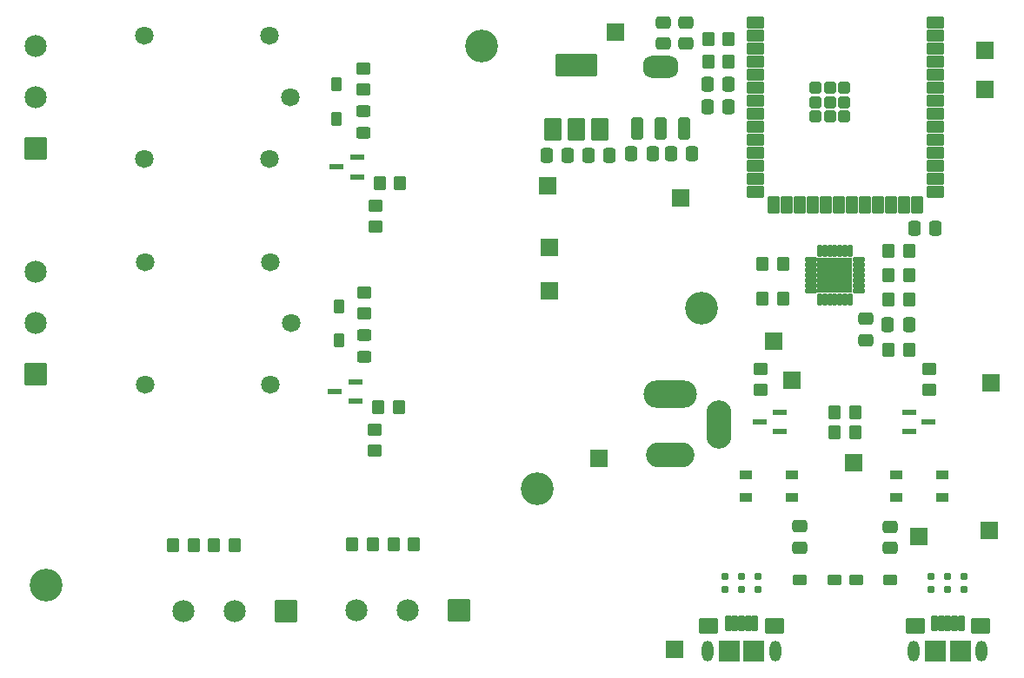
<source format=gbr>
%TF.GenerationSoftware,KiCad,Pcbnew,7.0.9*%
%TF.CreationDate,2024-04-09T14:28:23-05:00*%
%TF.ProjectId,Humidifier Subsystem,48756d69-6469-4666-9965-722053756273,rev?*%
%TF.SameCoordinates,Original*%
%TF.FileFunction,Soldermask,Top*%
%TF.FilePolarity,Negative*%
%FSLAX46Y46*%
G04 Gerber Fmt 4.6, Leading zero omitted, Abs format (unit mm)*
G04 Created by KiCad (PCBNEW 7.0.9) date 2024-04-09 14:28:23*
%MOMM*%
%LPD*%
G01*
G04 APERTURE LIST*
G04 Aperture macros list*
%AMRoundRect*
0 Rectangle with rounded corners*
0 $1 Rounding radius*
0 $2 $3 $4 $5 $6 $7 $8 $9 X,Y pos of 4 corners*
0 Add a 4 corners polygon primitive as box body*
4,1,4,$2,$3,$4,$5,$6,$7,$8,$9,$2,$3,0*
0 Add four circle primitives for the rounded corners*
1,1,$1+$1,$2,$3*
1,1,$1+$1,$4,$5*
1,1,$1+$1,$6,$7*
1,1,$1+$1,$8,$9*
0 Add four rect primitives between the rounded corners*
20,1,$1+$1,$2,$3,$4,$5,0*
20,1,$1+$1,$4,$5,$6,$7,0*
20,1,$1+$1,$6,$7,$8,$9,0*
20,1,$1+$1,$8,$9,$2,$3,0*%
G04 Aperture macros list end*
%ADD10RoundRect,0.250000X0.475000X-0.337500X0.475000X0.337500X-0.475000X0.337500X-0.475000X-0.337500X0*%
%ADD11RoundRect,0.250000X-0.350000X-0.450000X0.350000X-0.450000X0.350000X0.450000X-0.350000X0.450000X0*%
%ADD12RoundRect,0.250000X0.350000X0.450000X-0.350000X0.450000X-0.350000X-0.450000X0.350000X-0.450000X0*%
%ADD13C,3.200000*%
%ADD14R,1.700000X1.700000*%
%ADD15RoundRect,0.250000X0.337500X0.475000X-0.337500X0.475000X-0.337500X-0.475000X0.337500X-0.475000X0*%
%ADD16C,1.808000*%
%ADD17RoundRect,0.102000X-0.605000X-0.365000X0.605000X-0.365000X0.605000X0.365000X-0.605000X0.365000X0*%
%ADD18RoundRect,0.102000X0.975000X-0.975000X0.975000X0.975000X-0.975000X0.975000X-0.975000X-0.975000X0*%
%ADD19C,2.154000*%
%ADD20RoundRect,0.102000X-0.200000X0.240000X-0.200000X-0.240000X0.200000X-0.240000X0.200000X0.240000X0*%
%ADD21RoundRect,0.250000X-0.450000X0.350000X-0.450000X-0.350000X0.450000X-0.350000X0.450000X0.350000X0*%
%ADD22RoundRect,0.250000X-0.337500X-0.475000X0.337500X-0.475000X0.337500X0.475000X-0.337500X0.475000X0*%
%ADD23RoundRect,0.250000X0.450000X-0.350000X0.450000X0.350000X-0.450000X0.350000X-0.450000X-0.350000X0*%
%ADD24RoundRect,0.102000X0.605000X0.365000X-0.605000X0.365000X-0.605000X-0.365000X0.605000X-0.365000X0*%
%ADD25RoundRect,0.250000X0.450000X-0.325000X0.450000X0.325000X-0.450000X0.325000X-0.450000X-0.325000X0*%
%ADD26R,1.320800X0.558800*%
%ADD27RoundRect,0.102000X-0.200000X-0.675000X0.200000X-0.675000X0.200000X0.675000X-0.200000X0.675000X0*%
%ADD28RoundRect,0.102000X-0.800000X-0.700000X0.800000X-0.700000X0.800000X0.700000X-0.800000X0.700000X0*%
%ADD29RoundRect,0.102000X-0.950000X-0.950000X0.950000X-0.950000X0.950000X0.950000X-0.950000X0.950000X0*%
%ADD30O,1.104000X2.004000*%
%ADD31RoundRect,0.102000X0.135000X-0.495000X0.135000X0.495000X-0.135000X0.495000X-0.135000X-0.495000X0*%
%ADD32RoundRect,0.102000X0.495000X-0.135000X0.495000X0.135000X-0.495000X0.135000X-0.495000X-0.135000X0*%
%ADD33RoundRect,0.102000X1.625000X-1.625000X1.625000X1.625000X-1.625000X1.625000X-1.625000X-1.625000X0*%
%ADD34RoundRect,0.153100X-0.313900X0.553900X-0.313900X-0.553900X0.313900X-0.553900X0.313900X0.553900X0*%
%ADD35RoundRect,0.213600X0.353400X-0.878400X0.353400X0.878400X-0.353400X0.878400X-0.353400X-0.878400X0*%
%ADD36RoundRect,0.894000X0.823000X-0.198000X0.823000X0.198000X-0.823000X0.198000X-0.823000X-0.198000X0*%
%ADD37O,5.204000X2.704000*%
%ADD38O,4.704000X2.454000*%
%ADD39O,2.454000X4.704000*%
%ADD40RoundRect,0.102000X-0.750000X-0.450000X0.750000X-0.450000X0.750000X0.450000X-0.750000X0.450000X0*%
%ADD41RoundRect,0.102000X-0.450000X-0.750000X0.450000X-0.750000X0.450000X0.750000X-0.450000X0.750000X0*%
%ADD42RoundRect,0.102000X-0.450000X-0.450000X0.450000X-0.450000X0.450000X0.450000X-0.450000X0.450000X0*%
%ADD43RoundRect,0.102000X0.500000X0.350000X-0.500000X0.350000X-0.500000X-0.350000X0.500000X-0.350000X0*%
%ADD44RoundRect,0.102000X0.750000X1.000000X-0.750000X1.000000X-0.750000X-1.000000X0.750000X-1.000000X0*%
%ADD45RoundRect,0.102000X1.900000X1.000000X-1.900000X1.000000X-1.900000X-1.000000X1.900000X-1.000000X0*%
%ADD46RoundRect,0.102000X0.975000X0.975000X-0.975000X0.975000X-0.975000X-0.975000X0.975000X-0.975000X0*%
%ADD47R,1.422400X0.558800*%
%ADD48RoundRect,0.250000X-0.475000X0.337500X-0.475000X-0.337500X0.475000X-0.337500X0.475000X0.337500X0*%
G04 APERTURE END LIST*
D10*
%TO.C,C6*%
X131400000Y-113337500D03*
X131400000Y-111262500D03*
%TD*%
D11*
%TO.C,R14*%
X113665000Y-65910000D03*
X115665000Y-65910000D03*
%TD*%
D12*
%TO.C,R4*%
X133200000Y-84350000D03*
X131200000Y-84350000D03*
%TD*%
D13*
%TO.C,H3*%
X113000000Y-90000000D03*
%TD*%
D14*
%TO.C,J12*%
X111000000Y-79200000D03*
%TD*%
%TO.C,J23*%
X141000000Y-111600000D03*
%TD*%
%TO.C,J15*%
X98200000Y-84000000D03*
%TD*%
D13*
%TO.C,H1*%
X91600000Y-64400000D03*
%TD*%
%TO.C,H2*%
X49200000Y-117000000D03*
%TD*%
D14*
%TO.C,J18*%
X140600000Y-64800000D03*
%TD*%
D15*
%TO.C,C11*%
X135815000Y-82160000D03*
X133740000Y-82160000D03*
%TD*%
D12*
%TO.C,R2*%
X83532654Y-99635001D03*
X81532654Y-99635001D03*
%TD*%
D16*
%TO.C,K2*%
X72950000Y-69400000D03*
X70950002Y-63400000D03*
X58750002Y-63400000D03*
X58750002Y-75399998D03*
X70950002Y-75399998D03*
%TD*%
D17*
%TO.C,D5*%
X125960000Y-116500000D03*
X122600000Y-116500000D03*
%TD*%
D10*
%TO.C,C7*%
X122600000Y-113300000D03*
X122600000Y-111225000D03*
%TD*%
D18*
%TO.C,J7*%
X48150002Y-74347500D03*
D19*
X48150002Y-69347500D03*
X48150002Y-64347500D03*
%TD*%
D14*
%TO.C,J13*%
X104600000Y-63000000D03*
%TD*%
D20*
%TO.C,D8*%
X115300000Y-116080000D03*
X115300000Y-117400000D03*
%TD*%
D18*
%TO.C,J6*%
X48132654Y-96435001D03*
D19*
X48132654Y-91435001D03*
X48132654Y-86435001D03*
%TD*%
D21*
%TO.C,R23*%
X81250002Y-80000000D03*
X81250002Y-82000000D03*
%TD*%
D12*
%TO.C,R8*%
X120950000Y-85600000D03*
X118950000Y-85600000D03*
%TD*%
D22*
%TO.C,C9*%
X131162500Y-91550000D03*
X133237500Y-91550000D03*
%TD*%
D23*
%TO.C,R24*%
X80050002Y-68600000D03*
X80050002Y-66600000D03*
%TD*%
D11*
%TO.C,R15*%
X83000000Y-113000000D03*
X85000000Y-113000000D03*
%TD*%
D24*
%TO.C,D6*%
X128040000Y-116500000D03*
X131400000Y-116500000D03*
%TD*%
D14*
%TO.C,J24*%
X120000000Y-93200000D03*
%TD*%
D23*
%TO.C,R12*%
X135165200Y-97876000D03*
X135165200Y-95876000D03*
%TD*%
D12*
%TO.C,R22*%
X83650002Y-77800000D03*
X81650002Y-77800000D03*
%TD*%
D20*
%TO.C,D2*%
X137000000Y-116100000D03*
X137000000Y-117420000D03*
%TD*%
D25*
%TO.C,D12*%
X80050002Y-72825000D03*
X80050002Y-70775000D03*
%TD*%
D26*
%TO.C,U7*%
X79332654Y-99035001D03*
X79332654Y-97130001D03*
X77300654Y-98082501D03*
%TD*%
D14*
%TO.C,J11*%
X98000000Y-78050000D03*
%TD*%
D20*
%TO.C,D7*%
X135400000Y-116100000D03*
X135400000Y-117420000D03*
%TD*%
D14*
%TO.C,J17*%
X121800000Y-97000000D03*
%TD*%
D26*
%TO.C,U10*%
X79482002Y-77152500D03*
X79482002Y-75247500D03*
X77450002Y-76200000D03*
%TD*%
D27*
%TO.C,J3*%
X115600000Y-120725000D03*
X116250000Y-120725000D03*
X116900000Y-120725000D03*
X117550000Y-120725000D03*
X118200000Y-120725000D03*
D28*
X113700000Y-120950000D03*
X120100000Y-120950000D03*
D29*
X118100000Y-123400000D03*
X115700000Y-123400000D03*
D30*
X113600000Y-123400000D03*
X120200000Y-123400000D03*
%TD*%
D31*
%TO.C,U4*%
X124500000Y-89110000D03*
X125000000Y-89110000D03*
X125500000Y-89110000D03*
X126000000Y-89110000D03*
X126500000Y-89110000D03*
X127000000Y-89110000D03*
X127500000Y-89110000D03*
D32*
X128360000Y-88250000D03*
X128360000Y-87750000D03*
X128360000Y-87250000D03*
X128360000Y-86750000D03*
X128360000Y-86250000D03*
X128360000Y-85750000D03*
X128360000Y-85250000D03*
D31*
X127500000Y-84390000D03*
X127000000Y-84390000D03*
X126500000Y-84390000D03*
X126000000Y-84390000D03*
X125500000Y-84390000D03*
X125000000Y-84390000D03*
X124500000Y-84390000D03*
D32*
X123640000Y-85250000D03*
X123640000Y-85750000D03*
X123640000Y-86250000D03*
X123640000Y-86750000D03*
X123640000Y-87250000D03*
X123640000Y-87750000D03*
X123640000Y-88250000D03*
D33*
X126000000Y-86750000D03*
%TD*%
D13*
%TO.C,H4*%
X97000000Y-107600000D03*
%TD*%
D14*
%TO.C,J22*%
X134200000Y-112200000D03*
%TD*%
D15*
%TO.C,C13*%
X100000000Y-75050000D03*
X97925000Y-75050000D03*
%TD*%
D22*
%TO.C,C3*%
X101962500Y-75050000D03*
X104037500Y-75050000D03*
%TD*%
D14*
%TO.C,J8*%
X103000000Y-104600000D03*
%TD*%
D11*
%TO.C,R16*%
X65547500Y-113100000D03*
X67547500Y-113100000D03*
%TD*%
D12*
%TO.C,R17*%
X81000000Y-113000000D03*
X79000000Y-113000000D03*
%TD*%
D14*
%TO.C,J14*%
X98200000Y-88300000D03*
%TD*%
D12*
%TO.C,R5*%
X133200000Y-94000000D03*
X131200000Y-94000000D03*
%TD*%
D34*
%TO.C,D9*%
X77732654Y-93115001D03*
X77732654Y-89755001D03*
%TD*%
D23*
%TO.C,R19*%
X80132654Y-90435001D03*
X80132654Y-88435001D03*
%TD*%
D10*
%TO.C,C5*%
X111465000Y-64147500D03*
X111465000Y-62072500D03*
%TD*%
D12*
%TO.C,R9*%
X128000000Y-102100000D03*
X126000000Y-102100000D03*
%TD*%
D15*
%TO.C,C12*%
X115665000Y-70310000D03*
X113590000Y-70310000D03*
%TD*%
D20*
%TO.C,D4*%
X116900000Y-116080000D03*
X116900000Y-117400000D03*
%TD*%
D35*
%TO.C,U2*%
X106700000Y-72415000D03*
X109000000Y-72415000D03*
X111300000Y-72415000D03*
D36*
X109000000Y-66385000D03*
%TD*%
D27*
%TO.C,J2*%
X135700000Y-120725000D03*
X136350000Y-120725000D03*
X137000000Y-120725000D03*
X137650000Y-120725000D03*
X138300000Y-120725000D03*
D28*
X133800000Y-120950000D03*
X140200000Y-120950000D03*
D29*
X138200000Y-123400000D03*
X135800000Y-123400000D03*
D30*
X133700000Y-123400000D03*
X140300000Y-123400000D03*
%TD*%
D14*
%TO.C,J16*%
X141200000Y-97200000D03*
%TD*%
D20*
%TO.C,D3*%
X118500000Y-116100000D03*
X118500000Y-117420000D03*
%TD*%
D23*
%TO.C,R11*%
X118800000Y-97895000D03*
X118800000Y-95895000D03*
%TD*%
D37*
%TO.C,J1*%
X110000000Y-98300000D03*
D38*
X110000000Y-104300000D03*
D39*
X114700000Y-101300000D03*
%TD*%
D25*
%TO.C,D10*%
X80132654Y-94660001D03*
X80132654Y-92610001D03*
%TD*%
D10*
%TO.C,C4*%
X109265000Y-64147500D03*
X109265000Y-62072500D03*
%TD*%
D11*
%TO.C,R10*%
X126000000Y-100100000D03*
X128000000Y-100100000D03*
%TD*%
D40*
%TO.C,U1*%
X118250000Y-62140000D03*
X118250000Y-63410000D03*
X118250000Y-64680000D03*
X118250000Y-65950000D03*
X118250000Y-67220000D03*
X118250000Y-68490000D03*
X118250000Y-69760000D03*
X118250000Y-71030000D03*
X118250000Y-72300000D03*
X118250000Y-73570000D03*
X118250000Y-74840000D03*
X118250000Y-76110000D03*
X118250000Y-77380000D03*
X118250000Y-78650000D03*
D41*
X120015000Y-79900000D03*
X121285000Y-79900000D03*
X122555000Y-79900000D03*
X123825000Y-79900000D03*
X125095000Y-79900000D03*
X126365000Y-79900000D03*
X127635000Y-79900000D03*
X128905000Y-79900000D03*
X130175000Y-79900000D03*
X131445000Y-79900000D03*
X132715000Y-79900000D03*
X133985000Y-79900000D03*
D40*
X135750000Y-78650000D03*
X135750000Y-77380000D03*
X135750000Y-76110000D03*
X135750000Y-74840000D03*
X135750000Y-73570000D03*
X135750000Y-72300000D03*
X135750000Y-71030000D03*
X135750000Y-69760000D03*
X135750000Y-68490000D03*
X135750000Y-67220000D03*
X135750000Y-65950000D03*
X135750000Y-64680000D03*
X135750000Y-63410000D03*
X135750000Y-62140000D03*
D42*
X125500000Y-69860000D03*
X124100000Y-69860000D03*
X126900000Y-69860000D03*
X124100000Y-71260000D03*
X125500000Y-71260000D03*
X126900000Y-71260000D03*
X124100000Y-68460000D03*
X125500000Y-68460000D03*
X126900000Y-68460000D03*
%TD*%
D16*
%TO.C,K1*%
X73032651Y-91435000D03*
X71032653Y-85435000D03*
X58832653Y-85435000D03*
X58832653Y-97434998D03*
X71032653Y-97434998D03*
%TD*%
D14*
%TO.C,J20*%
X110400000Y-123200000D03*
%TD*%
D43*
%TO.C,S2*%
X121800000Y-108400000D03*
X117300000Y-108400000D03*
X121800000Y-106250000D03*
X117300000Y-106250000D03*
%TD*%
D12*
%TO.C,R3*%
X133200000Y-86750000D03*
X131200000Y-86750000D03*
%TD*%
%TO.C,R18*%
X63547500Y-113100000D03*
X61547500Y-113100000D03*
%TD*%
D20*
%TO.C,D1*%
X138600000Y-116100000D03*
X138600000Y-117420000D03*
%TD*%
D15*
%TO.C,C2*%
X108240000Y-74910000D03*
X106165000Y-74910000D03*
%TD*%
%TO.C,C10*%
X115665000Y-68110000D03*
X113590000Y-68110000D03*
%TD*%
D21*
%TO.C,R1*%
X81132654Y-101835001D03*
X81132654Y-103835001D03*
%TD*%
D22*
%TO.C,C1*%
X110002500Y-74910000D03*
X112077500Y-74910000D03*
%TD*%
D43*
%TO.C,S1*%
X136500000Y-108400000D03*
X132000000Y-108400000D03*
X136500000Y-106250000D03*
X132000000Y-106250000D03*
%TD*%
D12*
%TO.C,R13*%
X115665000Y-63710000D03*
X113665000Y-63710000D03*
%TD*%
D44*
%TO.C,U3*%
X98500000Y-72550000D03*
X100800000Y-72550000D03*
X103100000Y-72550000D03*
D45*
X100800000Y-66250000D03*
%TD*%
D34*
%TO.C,D11*%
X77450002Y-71480000D03*
X77450002Y-68120000D03*
%TD*%
D46*
%TO.C,J5*%
X72547500Y-119500000D03*
D19*
X67547500Y-119500000D03*
X62547500Y-119500000D03*
%TD*%
D47*
%TO.C,U6*%
X133200000Y-100095000D03*
X133200000Y-102000000D03*
X135130400Y-101047500D03*
%TD*%
D14*
%TO.C,J25*%
X127800000Y-105000000D03*
%TD*%
D12*
%TO.C,R6*%
X133200000Y-89150000D03*
X131200000Y-89150000D03*
%TD*%
D48*
%TO.C,C8*%
X129000000Y-91000000D03*
X129000000Y-93075000D03*
%TD*%
D47*
%TO.C,U5*%
X120600000Y-102000000D03*
X120600000Y-100095000D03*
X118669600Y-101047500D03*
%TD*%
D14*
%TO.C,J19*%
X140600000Y-68600000D03*
%TD*%
D12*
%TO.C,R7*%
X120950000Y-89000000D03*
X118950000Y-89000000D03*
%TD*%
D46*
%TO.C,J4*%
X89400000Y-119400000D03*
D19*
X84400000Y-119400000D03*
X79400000Y-119400000D03*
%TD*%
M02*

</source>
